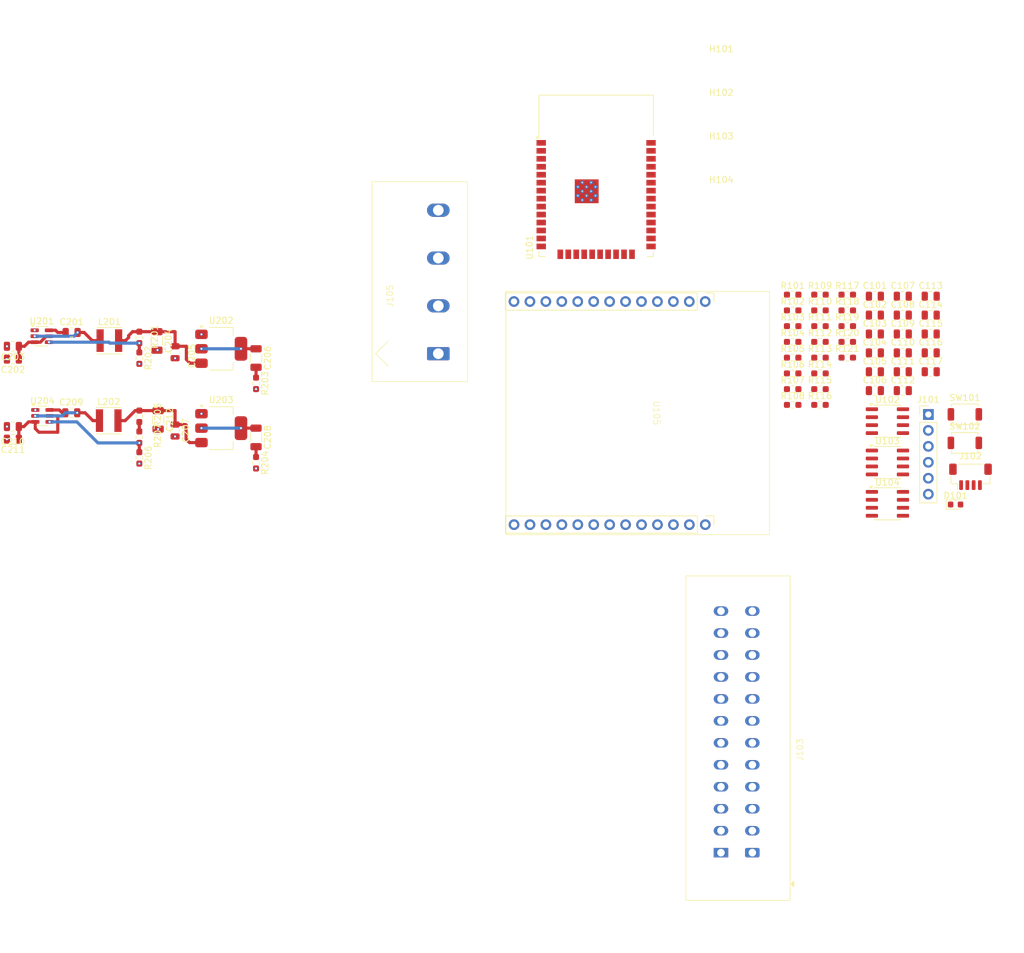
<source format=kicad_pcb>
(kicad_pcb (version 20241229) (generator "pcbnew") (generator_version "9.0")
  (layers (0 "F.Cu" signal) (4 "In1.Cu" signal) (6 "In2.Cu" signal) (2 "B.Cu" signal) (5 "F.SilkS" user "F.Silkscreen") (7 "B.SilkS" user "B.Silkscreen") (1 "F.Mask" user) (3 "B.Mask" user) (25 "Edge.Cuts" user))
  (net 0 "")
  (net 1 "+3.3V")
  (net 2 "GND")
  (net 3 "+5V")
  (net 4 "Reset")
  (net 5 "Flash")
  (net 6 "Net-(U102-Ref)")
  (net 7 "Net-(U103-Ref)")
  (net 8 "Net-(U104-Ref)")
  (net 9 "+5V_panel")
  (net 10 "Net-(U201-VBST)")
  (net 11 "Net-(U201-SW)")
  (net 12 "+12V")
  (net 13 "/PDN/4.6V_OUT")
  (net 14 "Net-(C206-Pad2)")
  (net 15 "/PDN/6.3V_OUT")
  (net 16 "Net-(C208-Pad2)")
  (net 17 "Net-(U204-SW)")
  (net 18 "Net-(U204-VBST)")
  (net 19 "Net-(D101-A)")
  (net 20 "TX")
  (net 21 "RX")
  (net 22 "I2C-SCL")
  (net 23 "I2C-SDA")
  (net 24 "East_West_Ref")
  (net 25 "Green_Wire")
  (net 26 "White_Wire")
  (net 27 "North_South_Ref")
  (net 28 "Net-(R103-Pad2)")
  (net 29 "Base_Ref")
  (net 30 "Net-(R107-Pad2)")
  (net 31 "Net-(R110-Pad1)")
  (net 32 "Net-(R110-Pad2)")
  (net 33 "Net-(R111-Pad1)")
  (net 34 "Net-(R111-Pad2)")
  (net 35 "Net-(R112-Pad2)")
  (net 36 "Net-(R112-Pad1)")
  (net 37 "Net-(R113-Pad1)")
  (net 38 "Net-(R115-Pad1)")
  (net 39 "Net-(R117-Pad1)")
  (net 40 "Net-(U201-VFB)")
  (net 41 "Net-(R205-Pad2)")
  (net 42 "Net-(U204-VFB)")
  (net 43 "Servo")
  (net 52 "E_W_Value")
  (net 56 "N_S_Value")
  (net 61 "Rain_Value")
  (footprint "Capacitor_SMD:C_0805_2012Metric" (layer "F.Cu") (at 38.65 102.35 180)
    (property "Reference" "C202")
    (property "Value" "10u")
  )
  (footprint "Capacitor_SMD:C_0805_2012Metric" (layer "F.Cu") (at 180.475 92.32)
    (property "Reference" "C107")
    (property "Value" "1u")
  )
  (footprint "Resistor_SMD:R_0603_1608Metric_Pad0.98x0.95mm_HandSolder" (layer "F.Cu") (at 167.275 92.07)
    (property "Reference" "R109")
    (property "Value" "4.7k")
  )
  (footprint "Resistor_SMD:R_0603_1608Metric_Pad0.98x0.95mm_HandSolder" (layer "F.Cu") (at 162.925 109.64)
    (property "Reference" "R108")
    (property "Value" "330")
  )
  (footprint "Resistor_SMD:R_0603_1608Metric_Pad0.98x0.95mm_HandSolder" (layer "F.Cu") (at 167.275 99.6)
    (property "Reference" "R112")
    (property "Value" "15k")
  )
  (footprint "Capacitor_SMD:C_0805_2012Metric" (layer "F.Cu") (at 184.925 101.35)
    (property "Reference" "C116")
    (property "Value" "1u")
  )
  (footprint "Package_SO:SOIC-8_3.9x4.9mm_P1.27mm" (layer "F.Cu") (at 178.025 112.235)
    (property "Reference" "U102")
    (property "Value" "AD8227")
  )
  (footprint "Terminal_Blocks:DBT50G-7.62-4P-BK-P" (layer "F.Cu") (at 106.45 101.48 90)
    (property "Reference" "J105")
    (property "Value" "power_in")
  )
  (footprint "Capacitor_SMD:C_0805_2012Metric" (layer "F.Cu") (at 176.025 95.33)
    (property "Reference" "C102")
    (property "Value" "1u")
  )
  (footprint "Resistor_SMD:R_0603_1608Metric_Pad0.98x0.95mm_HandSolder" (layer "F.Cu") (at 162.925 92.07)
    (property "Reference" "R101")
    (property "Value" "680")
  )
  (footprint "Inductor_SMD:L_Vishay_IFSC-1515AH_4x4x1.8mm" (layer "F.Cu") (at 54.025 99.4)
    (property "Reference" "L201")
    (property "Value" "4.7u")
  )
  (footprint "Package_TO_SOT_SMD:SOT-223-3_TabPin2" (layer "F.Cu") (at 71.85 113.35)
    (property "Reference" "U203")
    (property "Value" "AMS1117-5.0")
  )
  (footprint "Resistor_SMD:R_0603_1608Metric_Pad0.98x0.95mm_HandSolder" (layer "F.Cu") (at 167.275 102.11)
    (property "Reference" "R113")
    (property "Value" "10k")
  )
  (footprint "Resistor_SMD:R_0603_1608Metric_Pad0.98x0.95mm_HandSolder" (layer "F.Cu") (at 162.925 99.6)
    (property "Reference" "R104")
    (property "Value" "330")
  )
  (footprint "RF_Module:ESP32-WROOM-32D" (layer "F.Cu") (at 131.6 76.13)
    (property "Reference" "U101")
    (property "Value" "ESP32-WROOM-32D")
  )
  (footprint "Package_SO:SOIC-8_3.9x4.9mm_P1.27mm" (layer "F.Cu") (at 178.025 125.405)
    (property "Reference" "U104")
    (property "Value" "AD8227")
  )
  (footprint "Resistor_SMD:R_0603_1608Metric_Pad0.98x0.95mm_HandSolder" (layer "F.Cu") (at 77.4 106.2125 -90)
    (property "Reference" "R203")
    (property "Value" "0")
  )
  (footprint "Resistor_SMD:R_0603_1608Metric_Pad0.98x0.95mm_HandSolder" (layer "F.Cu") (at 58.8 102.1875 -90)
    (property "Reference" "R202")
    (property "Value" "10k")
  )
  (footprint "MountingHole:MountingHole_2.7mm_M2.5" (layer "F.Cu") (at 151.545 56.565)
    (property "Reference" "H101")
    (property "Value" "MountingHole")
  )
  (footprint "Package_TO_SOT_SMD:SOT-223-3_TabPin2" (layer "F.Cu") (at 71.85 100.7)
    (property "Reference" "U202")
    (property "Value" "AMS1117-3.3")
  )
  (footprint "Capacitor_SMD:C_0805_2012Metric" (layer "F.Cu") (at 48.01 98.1)
    (property "Reference" "C201")
    (property "Value" "100n")
  )
  (footprint "Capacitor_SMD:C_1206_3216Metric" (layer "F.Cu") (at 77.4 102.175 -90)
    (property "Reference" "C206")
    (property "Value" "22u")
  )
  (footprint "Resistor_SMD:R_0603_1608Metric_Pad0.98x0.95mm_HandSolder" (layer "F.Cu") (at 167.275 104.62)
    (property "Reference" "R114")
    (property "Value" "1k")
  )
  (footprint "Capacitor_SMD:C_0805_2012Metric" (layer "F.Cu") (at 38.65 115.1 180)
    (property "Reference" "C211")
    (property "Value" "10u")
  )
  (footprint "Resistor_SMD:R_0603_1608Metric_Pad0.98x0.95mm_HandSolder" (layer "F.Cu") (at 167.275 107.13)
    (property "Reference" "R115")
    (property "Value" "10k")
  )
  (footprint "Capacitor_SMD:C_1206_3216Metric" (layer "F.Cu") (at 61.8 112.025 -90)
    (property "Reference" "C212")
    (property "Value" "47u")
  )
  (footprint "Capacitor_SMD:C_0805_2012Metric" (layer "F.Cu") (at 180.475 107.37)
    (property "Reference" "C112")
    (property "Value" "1u")
  )
  (footprint "Capacitor_SMD:C_0805_2012Metric" (layer "F.Cu") (at 64.5 113.725 -90)
    (property "Reference" "C207")
    (property "Value" "10u")
  )
  (footprint "Capacitor_SMD:C_0805_2012Metric" (layer "F.Cu") (at 184.925 98.34)
    (property "Reference" "C115")
    (property "Value" "1u")
  )
  (footprint "Connector_JST:JST_SH_BM04B-SRSS-TB_1x04-1MP_P1.00mm_Vertical" (layer "F.Cu") (at 191.265 121.1)
    (property "Reference" "J102")
    (property "Value" "Stemma_QT_Connector")
  )
  (footprint "Resistor_SMD:R_0603_1608Metric_Pad0.98x0.95mm_HandSolder" (layer "F.Cu") (at 162.925 94.58)
    (property "Reference" "R102")
    (property "Value" "4.7k")
  )
  (footprint "Resistor_SMD:R_0603_1608Metric_Pad0.98x0.95mm_HandSolder" (layer "F.Cu") (at 167.275 94.58)
    (property "Reference" "R110")
    (property "Value" "820")
  )
  (footprint "Resistor_SMD:R_0603_1608Metric_Pad0.98x0.95mm_HandSolder" (layer "F.Cu") (at 171.625 92.07)
    (property "Reference" "R117")
    (property "Value" "10k")
  )
  (footprint "Capacitor_SMD:C_0805_2012Metric" (layer "F.Cu") (at 64.5 101.25 -90)
    (property "Reference" "C205")
    (property "Value" "10u")
  )
  (footprint "LED_SMD:LED_0603_1608Metric" (layer "F.Cu") (at 188.885 125.52)
    (property "Reference" "D101")
    (property "Value" "RED_LED")
  )
  (footprint "Capacitor_SMD:C_0805_2012Metric" (layer "F.Cu") (at 176.025 101.35)
    (property "Reference" "C104")
    (property "Value" "1u")
  )
  (footprint "Resistor_SMD:R_0603_1608Metric_Pad0.98x0.95mm_HandSolder" (layer "F.Cu") (at 162.925 97.09)
    (property "Reference" "R103")
    (property "Value" "20")
  )
  (footprint "Capacitor_SMD:C_0805_2012Metric" (layer "F.Cu") (at 180.475 104.36)
    (property "Reference" "C111")
    (property "Value" "1u")
  )
  (footprint "Capacitor_SMD:C_0805_2012Metric" (layer "F.Cu") (at 176.025 107.37)
    (property "Reference" "C106")
    (property "Value" "1u")
  )
  (footprint "Capacitor_SMD:C_0805_2012Metric" (layer "F.Cu") (at 38.65 113.1 180)
    (property "Reference" "C210")
    (property "Value" "10u")
  )
  (footprint "Package_TO_SOT_SMD:SOT-23-6" (layer "F.Cu") (at 43.3625 111.4)
    (property "Reference" "U204")
    (property "Value" "TPS561201DDCR")
  )
  (footprint "Resistor_SMD:R_0603_1608Metric_Pad0.98x0.95mm_HandSolder" (layer "F.Cu") (at 162.925 107.13)
    (property "Reference" "R107")
    (property "Value" "20")
  )
  (footprint "Capacitor_SMD:C_0805_2012Metric" (layer "F.Cu") (at 180.475 98.34)
    (property "Reference" "C109")
    (property "Value" "1u")
  )
  (footprint "Resistor_SMD:R_0603_1608Metric_Pad0.98x0.95mm_HandSolder" (layer "F.Cu") (at 171.625 102.11)
    (property "Reference" "R121")
    (property "Value" "1k")
  )
  (footprint "Resistor_SMD:R_0603_1608Metric_Pad0.98x0.95mm_HandSolder" (layer "F.Cu") (at 162.925 104.62)
    (property "Reference" "R106")
    (property "Value" "4.7k")
  )
  (footprint "Resistor_SMD:R_0603_1608Metric_Pad0.98x0.95mm_HandSolder" (layer "F.Cu") (at 171.625 99.6)
    (property "Reference" "R120")
    (property "Value" "4.7k")
  )
  (footprint "Resistor_SMD:R_0603_1608Metric_Pad0.98x0.95mm_HandSolder" (layer "F.Cu") (at 171.625 97.09)
    (property "Reference" "R119")
    (property "Value" "4.7k")
  )
  (footprint "Capacitor_SMD:C_0805_2012Metric" (layer "F.Cu") (at 180.475 95.33)
    (property "Reference" "C108")
    (property "Value" "1u")
  )
  (footprint "Resistor_SMD:R_0603_1608Metric_Pad0.98x0.95mm_HandSolder" (layer "F.Cu") (at 58.8 111.4625 -90)
    (property "Reference" "R205")
    (property "Value" "68k")
  )
  (footprint "Capacitor_SMD:C_0805_2012Metric" (layer "F.Cu") (at 184.925 92.32)
    (property "Reference" "C113")
    (property "Value" "1u")
  )
  (footprint "Capacitor_SMD:C_0805_2012Metric" (layer "F.Cu") (at 184.925 95.33)
    (property "Reference" "C114")
    (property "Value" "1u")
  )
  (footprint "Capacitor_SMD:C_0805_2012Metric" (layer "F.Cu") (at 176.025 104.36)
    (property "Reference" "C105")
    (property "Value" "1u")
  )
  (footprint "Connector_PinHeader_2.54mm:PinHeader_1x06_P2.54mm_Vertical" (layer "F.Cu") (at 184.545 111.17)
    (property "Reference" "J101")
    (property "Value" "UART")
  )
  (footprint "Resistor_SMD:R_0603_1608Metric_Pad0.98x0.95mm_HandSolder" (layer "F.Cu") (at 58.8 114.7875 -90)
    (property "Reference" "R207")
    (property "Value" "3.6k")
  )
  (footprint "MountingHole:MountingHole_2.7mm_M2.5" (layer "F.Cu") (at 151.545 63.515)
    (property "Reference" "H102")
    (property "Value" "MountingHole")
  )
  (footprint "Resistor_SMD:R_0603_1608Metric_Pad0.98x0.95mm_HandSolder" (layer "F.Cu") (at 58.8 118.0875 -90)
    (property "Reference" "R206")
    (property "Value" "10k")
  )
  (footprint "Inductor_SMD:L_Vishay_IFSC-1515AH_4x4x1.8mm" (layer "F.Cu") (at 53.925 112.15)
    (property "Reference" "L202")
    (property "Value" "4.7u")
  )
  (footprint "Resistor_SMD:R_0603_1608Metric_Pad0.98x0.95mm_HandSolder" (layer "F.Cu") (at 58.8 98.8875 -90)
    (property "Reference" "R201")
    (property "Value" "49.9k")
  )
  (footprint "Resistor_SMD:R_0603_1608Metric_Pad0.98x0.95mm_HandSolder" (layer "F.Cu") (at 171.625 94.58)
    (property "Reference" "R118")
    (property "Value" "4.7k")
  )
  (footprint "Resistor_SMD:R_0603_1608Metric_Pad0.98x0.95mm_HandSolder" (layer "F.Cu") (at 167.275 109.64)
    (property "Reference" "R116")
    (property "Value" "1k")
  )
  (footprint "Resistor_SMD:R_0603_1608Metric_Pad0.98x0.95mm_HandSolder" (layer "F.Cu") (at 167.275 97.09)
    (property "Reference" "R111")
    (property "Value" "15k")
  )
  (footprint "Button_Switch_SMD:SW_SPST_TS-1088-xR020" (layer "F.Cu") (at 190.365 115.7)
    (property "Reference" "SW102")
    (property "Value" "SW_Push")
  )
  (footprint "Capacitor_SMD:C_0805_2012Metric" (layer "F.Cu") (at 38.65 100.3 180)
    (property "Reference" "C203")
    (property "Value" "10u")
  )
  (footprint "Package_TO_SOT_SMD:SOT-23-6" (layer "F.Cu") (at 43.2625 98.7)
    (property "Reference" "U201")
    (property "Value" "TPS561208DDCR")
  )
  (footprint "Capacitor_SMD:C_0805_2012Metric" (layer "F.Cu") (at 184.925 104.36)
    (property "Reference" "C117")
    (property "Value" "1u")
  )
  (footprint "Resistor_SMD:R_0603_1608Metric_Pad0.98x0.95mm_HandSolder" (layer "F.Cu") (at 162.925 102.11)
    (property "Reference" "R105")
    (property "Value" "4.7k")
  )
  (footprint "Capacitor_SMD:C_0805_2012Metric" (layer "F.Cu") (at 180.475 101.35)
    (property "Reference" "C110")
    (property "Value" "1u")
  )
  (footprint "MountingHole:MountingHole_2.7mm_M2.5" (layer "F.Cu") (at 151.545 70.465)
    (property "Reference" "H103")
    (property "Value" "MountingHole")
  )
  (footprint "Capacitor_SMD:C_1206_3216Metric" (layer "F.Cu") (at 61.6 99.45 -90)
    (property "Reference" "C204")
    (property "Value" "47u")
  )
  (footprint "Package_SO:SOIC-8_3.9x4.9mm_P1.27mm" (layer "F.Cu") (at 178.025 118.82)
    (property "Reference" "U103")
    (property "Value" "AD8227")
  )
  (footprint "Modem_Footprint:SIM7600X" (layer "F.Cu") (at 137.3 111 -90)
    (property "Reference" "U105")
    (property "Value" "SIM7600X")
  )
  (footprint "Capacitor_SMD:C_0805_2012Metric" (layer "F.Cu") (at 47.95 110.9)
    (property "Reference" "C209")
    (property "Value" "100n")
  )
  (footprint "Capacitor_SMD:C_1206_3216Metric" (layer "F.Cu") (at 77.4 114.825 -90)
    (property "Reference" "C208")
    (property "Value" "22u")
  )
  (footprint "MountingHole:MountingHole_2.7mm_M2.5" (layer "F.Cu") (at 151.545 77.415)
    (property "Reference" "H104")
    (property "Value" "MountingHole")
  )
  (footprint "Button_Switch_SMD:SW_SPST_TS-1088-xR020" (layer "F.Cu") (at 190.365 111.15)
    (property "Reference" "SW101")
    (property "Value" "SW_Push")
  )
  (footprint "Capacitor_SMD:C_0805_2012Metric" (layer "F.Cu") (at 176.025 98.34)
    (property "Reference" "C103")
    (property "Value" "100n")
  )
  (footprint "Capacitor_SMD:C_0805_2012Metric" (layer "F.Cu") (at 176.025 92.32)
    (property "Reference" "C101")
    (property "Value" "1u")
  )
  (footprint "Terminal_Blocks:WJ250B-3.5-12P-11-00A" (layer "F.Cu") (at 164.9 164.5 90)
    (property "Reference" "J103")
    (property "Value" "wire_bus")
  )
  (footprint "Resistor_SMD:R_0603_1608Metric_Pad0.98x0.95mm_HandSolder" (layer "F.Cu") (at 77.4 118.8625 -90)
    (property "Reference" "R204")
    (property "Value" "0")
  )
  (segment (start 75 100.7) (end 77.4 100.7) (width 0.5) (layer "F.Cu") (net 1))
  (via (at 75 100.7) (size 0.45) (drill 0.3) (layers "F.Cu" "B.Cu") (net 1))
  (via (at 68.7 100.7) (size 0.45) (drill 0.3) (layers "F.Cu" "B.Cu") (net 1))
  (segment (start 68.7 100.7) (end 75 100.7) (width 0.5) (layer "B.Cu") (net 1))
  (via (at 77.4 119.775) (size 0.45) (drill 0.3) (layers "F.Cu" "B.Cu") (net 2))
  (via (at 58.8 103.1) (size 0.45) (drill 0.3) (layers "F.Cu" "B.Cu") (net 2))
  (via (at 42.225 110.45) (size 0.45) (drill 0.3) (layers "F.Cu" "B.Cu") (net 2))
  (via (at 68.7 111.05) (size 0.45) (drill 0.3) (layers "F.Cu" "B.Cu") (net 2))
  (via (at 37.7 113.1) (size 0.45) (drill 0.3) (layers "F.Cu" "B.Cu") (net 2))
  (via (at 42.125 97.75) (size 0.45) (drill 0.3) (layers "F.Cu" "B.Cu") (net 2))
  (via (at 61.8 113.5) (size 0.45) (drill 0.3) (layers "F.Cu" "B.Cu") (net 2))
  (via (at 37.7 100.3) (size 0.45) (drill 0.3) (layers "F.Cu" "B.Cu") (net 2))
  (via (at 61.7 100.9) (size 0.45) (drill 0.3) (layers "F.Cu" "B.Cu") (net 2))
  (via (at 37.7 115.1) (size 0.45) (drill 0.3) (layers "F.Cu" "B.Cu") (net 2))
  (via (at 58.8 119) (size 0.45) (drill 0.3) (layers "F.Cu" "B.Cu") (net 2))
  (via (at 37.7 102.35) (size 0.45) (drill 0.3) (layers "F.Cu" "B.Cu") (net 2))
  (via (at 77.4 107.125) (size 0.45) (drill 0.3) (layers "F.Cu" "B.Cu") (net 2))
  (via (at 68.7 98.4) (size 0.45) (drill 0.3) (layers "F.Cu" "B.Cu") (net 2))
  (via (at 64.5 102.2) (size 0.45) (drill 0.3) (layers "F.Cu" "B.Cu") (net 2))
  (via (at 64.5 114.675) (size 0.45) (drill 0.3) (layers "F.Cu" "B.Cu") (net 2))
  (segment (start 75 113.35) (end 77.4 113.35) (width 0.5) (layer "F.Cu") (net 3))
  (via (at 68.7 113.35) (size 0.45) (drill 0.3) (layers "F.Cu" "B.Cu") (net 3))
  (via (at 75 113.35) (size 0.45) (drill 0.3) (layers "F.Cu" "B.Cu") (net 3))
  (segment (start 68.7 113.35) (end 75 113.35) (width 0.5) (layer "B.Cu") (net 3))
  (segment (start 45.8 98.1) (end 47.06 98.1) (width 0.5) (layer "F.Cu") (net 10))
  (segment (start 45.45 97.75) (end 45.8 98.1) (width 0.5) (layer "F.Cu") (net 10))
  (segment (start 44.4 97.75) (end 45.45 97.75) (width 0.5) (layer "F.Cu") (net 10))
  (segment (start 51.3 99.4) (end 52.55 99.4) (width 0.5) (layer "F.Cu") (net 11))
  (segment (start 50 98.1) (end 51.3 99.4) (width 0.5) (layer "F.Cu") (net 11))
  (segment (start 48.96 98.1) (end 50 98.1) (width 0.5) (layer "F.Cu") (net 11))
  (via (at 42.125 98.7) (size 0.45) (drill 0.3) (layers "F.Cu" "B.Cu") (net 11))
  (via (at 48.96 98.1) (size 0.45) (drill 0.3) (layers "F.Cu" "B.Cu") (net 11))
  (segment (start 48.96 98.1) (end 48.36 98.7) (width 0.5) (layer "B.Cu") (net 11))
  (segment (start 48.36 98.7) (end 42.125 98.7) (width 0.5) (layer "B.Cu") (net 11))
  (segment (start 39.6 100.3) (end 40.5 100.3) (width 0.5) (layer "F.Cu") (net 12))
  (segment (start 44.5 111.4) (end 45.8 111.4) (width 0.5) (layer "F.Cu") (net 12))
  (segment (start 42.125 99.65) (end 43.024822 99.65) (width 0.5) (layer "F.Cu") (net 12))
  (segment (start 40.5 100.3) (end 41.15 99.65) (width 0.5) (layer "F.Cu") (net 12))
  (segment (start 39.6 113.1) (end 40.4 113.1) (width 0.5) (layer "F.Cu") (net 12))
  (segment (start 41.15 112.35) (end 42.225 112.35) (width 0.5) (layer "F.Cu") (net 12))
  (segment (start 42.8 114) (end 42.225 113.425) (width 0.5) (layer "F.Cu") (net 12))
  (segment (start 45.8 114) (end 42.8 114) (width 0.5) (layer "F.Cu") (net 12))
  (segment (start 41.15 99.65) (end 42.125 99.65) (width 0.5) (layer "F.Cu") (net 12))
  (segment (start 43.024822 99.65) (end 43.974822 98.7) (width 0.5) (layer "F.Cu") (net 12))
  (segment (start 39.6 102.35) (end 39.6 100.3) (width 0.5) (layer "F.Cu") (net 12))
  (segment (start 42.225 113.425) (end 42.225 112.35) (width 0.5) (layer "F.Cu") (net 12))
  (segment (start 45.8 111.4) (end 45.8 114) (width 0.5) (layer "F.Cu") (net 12))
  (segment (start 43.974822 98.7) (end 44.4 98.7) (width 0.5) (layer "F.Cu") (net 12))
  (segment (start 40.4 113.1) (end 41.15 112.35) (width 0.5) (layer "F.Cu") (net 12))
  (segment (start 39.6 115.1) (end 39.6 113.1) (width 0.5) (layer "F.Cu") (net 12))
  (segment (start 66.3 100.3) (end 66.3 102.4) (width 0.5) (layer "F.Cu") (net 13))
  (segment (start 57.1 98.6) (end 57.725 97.975) (width 0.5) (layer "F.Cu") (net 13))
  (segment (start 64.475 97.975) (end 64.5 98) (width 0.5) (layer "F.Cu") (net 13))
  (segment (start 66.3 102.4) (end 66.9 103) (width 0.5) (layer "F.Cu") (net 13))
  (segment (start 57.725 97.975) (end 58.8 97.975) (width 0.5) (layer "F.Cu") (net 13))
  (segment (start 61.6 97.975) (end 64.475 97.975) (width 0.5) (layer "F.Cu") (net 13))
  (segment (start 56.6 99.4) (end 57.1 98.9) (width 0.5) (layer "F.Cu") (net 13))
  (segment (start 64.5 98) (end 64.5 100.3) (width 0.5) (layer "F.Cu") (net 13))
  (segment (start 57.1 98.9) (end 57.1 98.6) (width 0.5) (layer "F.Cu") (net 13))
  (segment (start 55.5 99.4) (end 56.6 99.4) (width 0.5) (layer "F.Cu") (net 13))
  (segment (start 66.9 103) (end 68.7 103) (width 0.5) (layer "F.Cu") (net 13))
  (segment (start 64.5 100.3) (end 66.3 100.3) (width 0.5) (layer "F.Cu") (net 13))
  (segment (start 58.8 97.975) (end 61.6 97.975) (width 0.5) (layer "F.Cu") (net 13))
  (segment (start 77.4 103.65) (end 77.4 105.3) (width 0.5) (layer "F.Cu") (net 14))
  (segment (start 66.8 115.65) (end 68.7 115.65) (width 0.5) (layer "F.Cu") (net 15))
  (segment (start 66.175 112.775) (end 66.25 112.85) (width 0.5) (layer "F.Cu") (net 15))
  (segment (start 58.8 110.55) (end 61.8 110.55) (width 0.5) (layer "F.Cu") (net 15))
  (segment (start 55.4 112.15) (end 56.55 112.15) (width 0.5) (layer "F.Cu") (net 15))
  (segment (start 61.8 110.55) (end 64.5 110.55) (width 0.5) (layer "F.Cu") (net 15))
  (segment (start 64.5 112.775) (end 66.175 112.775) (width 0.5) (layer "F.Cu") (net 15))
  (segment (start 66.25 112.85) (end 66.25 115.1) (width 0.5) (layer "F.Cu") (net 15))
  (segment (start 58.15 110.55) (end 58.8 110.55) (width 0.5) (layer "F.Cu") (net 15))
  (segment (start 66.25 115.1) (end 66.8 115.65) (width 0.5) (layer "F.Cu") (net 15))
  (segment (start 64.5 110.55) (end 64.5 112.775) (width 0.5) (layer "F.Cu") (net 15))
  (segment (start 56.55 112.15) (end 58.15 110.55) (width 0.5) (layer "F.Cu") (net 15))
  (segment (start 77.4 116.3) (end 77.4 117.95) (width 0.5) (layer "F.Cu") (net 16))
  (segment (start 50.15 110.9) (end 51.4 112.15) (width 0.5) (layer "F.Cu") (net 17))
  (segment (start 48.9 110.9) (end 50.15 110.9) (width 0.5) (layer "F.Cu") (net 17))
  (segment (start 42.225 111.4) (end 42.2 111.4) (width 0.5) (layer "F.Cu") (net 17))
  (segment (start 51.4 112.15) (end 52.45 112.15) (width 0.5) (layer "F.Cu") (net 17))
  (via (at 42.2 111.4) (size 0.45) (drill 0.3) (layers "F.Cu" "B.Cu") (net 17))
  (via (at 48.9 110.9) (size 0.45) (drill 0.3) (layers "F.Cu" "B.Cu") (net 17))
  (segment (start 46.5 111.4) (end 47 110.9) (width 0.5) (layer "B.Cu") (net 17))
  (segment (start 47 110.9) (end 48.9 110.9) (width 0.5) (layer "B.Cu") (net 17))
  (segment (start 42.2 111.4) (end 46.5 111.4) (width 0.5) (layer "B.Cu") (net 17))
  (segment (start 44.5 110.45) (end 46.05 110.45) (width 0.5) (layer "F.Cu") (net 18))
  (segment (start 46.05 110.45) (end 46.5 110.9) (width 0.5) (layer "F.Cu") (net 18))
  (segment (start 46.5 110.9) (end 47 110.9) (width 0.5) (layer "F.Cu") (net 18))
  (segment (start 58.8 101.275) (end 58.8 99.8) (width 0.5) (layer "F.Cu") (net 40))
  (via (at 58.8 99.8) (size 0.45) (drill 0.3) (layers "F.Cu" "B.Cu") (net 40))
  (via (at 44.4 99.65) (size 0.45) (drill 0.3) (layers "F.Cu" "B.Cu") (net 40))
  (segment (start 53.95 99.65) (end 54.1 99.8) (width 0.5) (layer "B.Cu") (net 40))
  (segment (start 54.1 99.8) (end 58.8 99.8) (width 0.5) (layer "B.Cu") (net 40))
  (segment (start 44.4 99.65) (end 53.95 99.65) (width 0.5) (layer "B.Cu") (net 40))
  (segment (start 58.8 112.375) (end 58.8 113.875) (width 0.5) (layer "F.Cu") (net 41))
  (segment (start 58.8 117.175) (end 58.8 115.7) (width 0.5) (layer "F.Cu") (net 42))
  (via (at 58.8 115.7) (size 0.45) (drill 0.3) (layers "F.Cu" "B.Cu") (net 42))
  (via (at 44.5 112.35) (size 0.45) (drill 0.3) (layers "F.Cu" "B.Cu") (net 42))
  (segment (start 48.85 112.35) (end 52.2 115.7) (width 0.5) (layer "B.Cu") (net 42))
  (segment (start 52.2 115.7) (end 58.8 115.7) (width 0.5) (layer "B.Cu") (net 42))
  (segment (start 44.5 112.35) (end 48.85 112.35) (width 0.5) (layer "B.Cu") (net 42))
)
</source>
